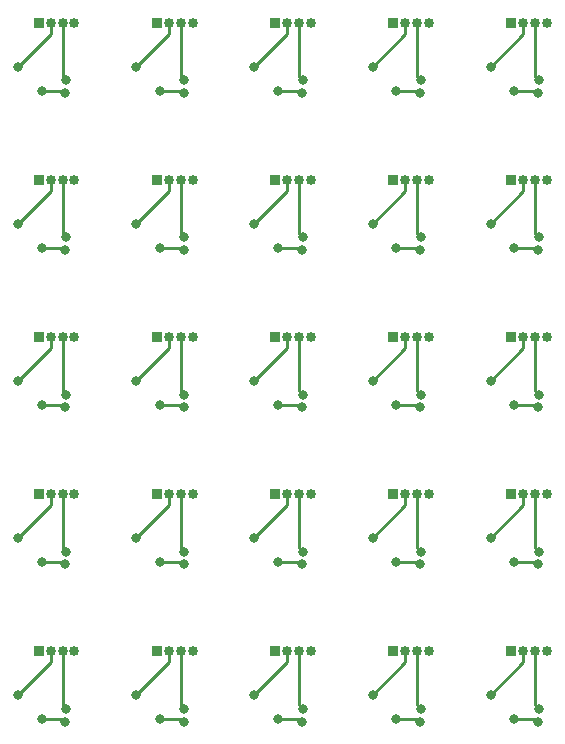
<source format=gbl>
%TF.GenerationSoftware,KiCad,Pcbnew,7.0.5-1.fc38*%
%TF.CreationDate,2023-07-07T14:18:13-04:00*%
%TF.ProjectId,bno085-i2c-board-v3-square-panel,626e6f30-3835-42d6-9932-632d626f6172,rev?*%
%TF.SameCoordinates,Original*%
%TF.FileFunction,Copper,L2,Bot*%
%TF.FilePolarity,Positive*%
%FSLAX46Y46*%
G04 Gerber Fmt 4.6, Leading zero omitted, Abs format (unit mm)*
G04 Created by KiCad (PCBNEW 7.0.5-1.fc38) date 2023-07-07 14:18:13*
%MOMM*%
%LPD*%
G01*
G04 APERTURE LIST*
%TA.AperFunction,ComponentPad*%
%ADD10R,0.850000X0.850000*%
%TD*%
%TA.AperFunction,ComponentPad*%
%ADD11O,0.850000X0.850000*%
%TD*%
%TA.AperFunction,ViaPad*%
%ADD12C,0.800000*%
%TD*%
%TA.AperFunction,Conductor*%
%ADD13C,0.250000*%
%TD*%
G04 APERTURE END LIST*
D10*
%TO.P,J5,1,Pin_1*%
%TO.N,Board_6-GND*%
X136909337Y-41470000D03*
D11*
%TO.P,J5,2,Pin_2*%
%TO.N,Board_6-+3.3V*%
X137909337Y-41470000D03*
%TO.P,J5,3,Pin_3*%
%TO.N,Board_6-Net-(J5-Pin_3)*%
X138909337Y-41470000D03*
%TO.P,J5,4,Pin_4*%
%TO.N,Board_6-Net-(J5-Pin_4)*%
X139909337Y-41470000D03*
%TD*%
D10*
%TO.P,J5,1,Pin_1*%
%TO.N,Board_10-GND*%
X126909337Y-54770000D03*
D11*
%TO.P,J5,2,Pin_2*%
%TO.N,Board_10-+3.3V*%
X127909337Y-54770000D03*
%TO.P,J5,3,Pin_3*%
%TO.N,Board_10-Net-(J5-Pin_3)*%
X128909337Y-54770000D03*
%TO.P,J5,4,Pin_4*%
%TO.N,Board_10-Net-(J5-Pin_4)*%
X129909337Y-54770000D03*
%TD*%
D10*
%TO.P,J5,1,Pin_1*%
%TO.N,Board_1-GND*%
X136909337Y-28170000D03*
D11*
%TO.P,J5,2,Pin_2*%
%TO.N,Board_1-+3.3V*%
X137909337Y-28170000D03*
%TO.P,J5,3,Pin_3*%
%TO.N,Board_1-Net-(J5-Pin_3)*%
X138909337Y-28170000D03*
%TO.P,J5,4,Pin_4*%
%TO.N,Board_1-Net-(J5-Pin_4)*%
X139909337Y-28170000D03*
%TD*%
D10*
%TO.P,J5,1,Pin_1*%
%TO.N,Board_21-GND*%
X136909337Y-81370000D03*
D11*
%TO.P,J5,2,Pin_2*%
%TO.N,Board_21-+3.3V*%
X137909337Y-81370000D03*
%TO.P,J5,3,Pin_3*%
%TO.N,Board_21-Net-(J5-Pin_3)*%
X138909337Y-81370000D03*
%TO.P,J5,4,Pin_4*%
%TO.N,Board_21-Net-(J5-Pin_4)*%
X139909337Y-81370000D03*
%TD*%
D10*
%TO.P,J5,1,Pin_1*%
%TO.N,Board_19-GND*%
X166909337Y-68070000D03*
D11*
%TO.P,J5,2,Pin_2*%
%TO.N,Board_19-+3.3V*%
X167909337Y-68070000D03*
%TO.P,J5,3,Pin_3*%
%TO.N,Board_19-Net-(J5-Pin_3)*%
X168909337Y-68070000D03*
%TO.P,J5,4,Pin_4*%
%TO.N,Board_19-Net-(J5-Pin_4)*%
X169909337Y-68070000D03*
%TD*%
D10*
%TO.P,J5,1,Pin_1*%
%TO.N,Board_20-GND*%
X126909337Y-81370000D03*
D11*
%TO.P,J5,2,Pin_2*%
%TO.N,Board_20-+3.3V*%
X127909337Y-81370000D03*
%TO.P,J5,3,Pin_3*%
%TO.N,Board_20-Net-(J5-Pin_3)*%
X128909337Y-81370000D03*
%TO.P,J5,4,Pin_4*%
%TO.N,Board_20-Net-(J5-Pin_4)*%
X129909337Y-81370000D03*
%TD*%
D10*
%TO.P,J5,1,Pin_1*%
%TO.N,Board_11-GND*%
X136909337Y-54770000D03*
D11*
%TO.P,J5,2,Pin_2*%
%TO.N,Board_11-+3.3V*%
X137909337Y-54770000D03*
%TO.P,J5,3,Pin_3*%
%TO.N,Board_11-Net-(J5-Pin_3)*%
X138909337Y-54770000D03*
%TO.P,J5,4,Pin_4*%
%TO.N,Board_11-Net-(J5-Pin_4)*%
X139909337Y-54770000D03*
%TD*%
D10*
%TO.P,J5,1,Pin_1*%
%TO.N,Board_5-GND*%
X126909337Y-41470000D03*
D11*
%TO.P,J5,2,Pin_2*%
%TO.N,Board_5-+3.3V*%
X127909337Y-41470000D03*
%TO.P,J5,3,Pin_3*%
%TO.N,Board_5-Net-(J5-Pin_3)*%
X128909337Y-41470000D03*
%TO.P,J5,4,Pin_4*%
%TO.N,Board_5-Net-(J5-Pin_4)*%
X129909337Y-41470000D03*
%TD*%
D10*
%TO.P,J5,1,Pin_1*%
%TO.N,Board_14-GND*%
X166909337Y-54770000D03*
D11*
%TO.P,J5,2,Pin_2*%
%TO.N,Board_14-+3.3V*%
X167909337Y-54770000D03*
%TO.P,J5,3,Pin_3*%
%TO.N,Board_14-Net-(J5-Pin_3)*%
X168909337Y-54770000D03*
%TO.P,J5,4,Pin_4*%
%TO.N,Board_14-Net-(J5-Pin_4)*%
X169909337Y-54770000D03*
%TD*%
D10*
%TO.P,J5,1,Pin_1*%
%TO.N,Board_2-GND*%
X146909337Y-28170000D03*
D11*
%TO.P,J5,2,Pin_2*%
%TO.N,Board_2-+3.3V*%
X147909337Y-28170000D03*
%TO.P,J5,3,Pin_3*%
%TO.N,Board_2-Net-(J5-Pin_3)*%
X148909337Y-28170000D03*
%TO.P,J5,4,Pin_4*%
%TO.N,Board_2-Net-(J5-Pin_4)*%
X149909337Y-28170000D03*
%TD*%
D10*
%TO.P,J5,1,Pin_1*%
%TO.N,Board_16-GND*%
X136909337Y-68070000D03*
D11*
%TO.P,J5,2,Pin_2*%
%TO.N,Board_16-+3.3V*%
X137909337Y-68070000D03*
%TO.P,J5,3,Pin_3*%
%TO.N,Board_16-Net-(J5-Pin_3)*%
X138909337Y-68070000D03*
%TO.P,J5,4,Pin_4*%
%TO.N,Board_16-Net-(J5-Pin_4)*%
X139909337Y-68070000D03*
%TD*%
D10*
%TO.P,J5,1,Pin_1*%
%TO.N,Board_3-GND*%
X156909337Y-28170000D03*
D11*
%TO.P,J5,2,Pin_2*%
%TO.N,Board_3-+3.3V*%
X157909337Y-28170000D03*
%TO.P,J5,3,Pin_3*%
%TO.N,Board_3-Net-(J5-Pin_3)*%
X158909337Y-28170000D03*
%TO.P,J5,4,Pin_4*%
%TO.N,Board_3-Net-(J5-Pin_4)*%
X159909337Y-28170000D03*
%TD*%
D10*
%TO.P,J5,1,Pin_1*%
%TO.N,Board_23-GND*%
X156909337Y-81370000D03*
D11*
%TO.P,J5,2,Pin_2*%
%TO.N,Board_23-+3.3V*%
X157909337Y-81370000D03*
%TO.P,J5,3,Pin_3*%
%TO.N,Board_23-Net-(J5-Pin_3)*%
X158909337Y-81370000D03*
%TO.P,J5,4,Pin_4*%
%TO.N,Board_23-Net-(J5-Pin_4)*%
X159909337Y-81370000D03*
%TD*%
D10*
%TO.P,J5,1,Pin_1*%
%TO.N,Board_4-GND*%
X166909337Y-28170000D03*
D11*
%TO.P,J5,2,Pin_2*%
%TO.N,Board_4-+3.3V*%
X167909337Y-28170000D03*
%TO.P,J5,3,Pin_3*%
%TO.N,Board_4-Net-(J5-Pin_3)*%
X168909337Y-28170000D03*
%TO.P,J5,4,Pin_4*%
%TO.N,Board_4-Net-(J5-Pin_4)*%
X169909337Y-28170000D03*
%TD*%
D10*
%TO.P,J5,1,Pin_1*%
%TO.N,Board_15-GND*%
X126909337Y-68070000D03*
D11*
%TO.P,J5,2,Pin_2*%
%TO.N,Board_15-+3.3V*%
X127909337Y-68070000D03*
%TO.P,J5,3,Pin_3*%
%TO.N,Board_15-Net-(J5-Pin_3)*%
X128909337Y-68070000D03*
%TO.P,J5,4,Pin_4*%
%TO.N,Board_15-Net-(J5-Pin_4)*%
X129909337Y-68070000D03*
%TD*%
D10*
%TO.P,J5,1,Pin_1*%
%TO.N,Board_18-GND*%
X156909337Y-68070000D03*
D11*
%TO.P,J5,2,Pin_2*%
%TO.N,Board_18-+3.3V*%
X157909337Y-68070000D03*
%TO.P,J5,3,Pin_3*%
%TO.N,Board_18-Net-(J5-Pin_3)*%
X158909337Y-68070000D03*
%TO.P,J5,4,Pin_4*%
%TO.N,Board_18-Net-(J5-Pin_4)*%
X159909337Y-68070000D03*
%TD*%
D10*
%TO.P,J5,1,Pin_1*%
%TO.N,Board_13-GND*%
X156909337Y-54770000D03*
D11*
%TO.P,J5,2,Pin_2*%
%TO.N,Board_13-+3.3V*%
X157909337Y-54770000D03*
%TO.P,J5,3,Pin_3*%
%TO.N,Board_13-Net-(J5-Pin_3)*%
X158909337Y-54770000D03*
%TO.P,J5,4,Pin_4*%
%TO.N,Board_13-Net-(J5-Pin_4)*%
X159909337Y-54770000D03*
%TD*%
D10*
%TO.P,J5,1,Pin_1*%
%TO.N,Board_8-GND*%
X156909337Y-41470000D03*
D11*
%TO.P,J5,2,Pin_2*%
%TO.N,Board_8-+3.3V*%
X157909337Y-41470000D03*
%TO.P,J5,3,Pin_3*%
%TO.N,Board_8-Net-(J5-Pin_3)*%
X158909337Y-41470000D03*
%TO.P,J5,4,Pin_4*%
%TO.N,Board_8-Net-(J5-Pin_4)*%
X159909337Y-41470000D03*
%TD*%
D10*
%TO.P,J5,1,Pin_1*%
%TO.N,Board_12-GND*%
X146909337Y-54770000D03*
D11*
%TO.P,J5,2,Pin_2*%
%TO.N,Board_12-+3.3V*%
X147909337Y-54770000D03*
%TO.P,J5,3,Pin_3*%
%TO.N,Board_12-Net-(J5-Pin_3)*%
X148909337Y-54770000D03*
%TO.P,J5,4,Pin_4*%
%TO.N,Board_12-Net-(J5-Pin_4)*%
X149909337Y-54770000D03*
%TD*%
D10*
%TO.P,J5,1,Pin_1*%
%TO.N,Board_7-GND*%
X146909337Y-41470000D03*
D11*
%TO.P,J5,2,Pin_2*%
%TO.N,Board_7-+3.3V*%
X147909337Y-41470000D03*
%TO.P,J5,3,Pin_3*%
%TO.N,Board_7-Net-(J5-Pin_3)*%
X148909337Y-41470000D03*
%TO.P,J5,4,Pin_4*%
%TO.N,Board_7-Net-(J5-Pin_4)*%
X149909337Y-41470000D03*
%TD*%
D10*
%TO.P,J5,1,Pin_1*%
%TO.N,Board_22-GND*%
X146909337Y-81370000D03*
D11*
%TO.P,J5,2,Pin_2*%
%TO.N,Board_22-+3.3V*%
X147909337Y-81370000D03*
%TO.P,J5,3,Pin_3*%
%TO.N,Board_22-Net-(J5-Pin_3)*%
X148909337Y-81370000D03*
%TO.P,J5,4,Pin_4*%
%TO.N,Board_22-Net-(J5-Pin_4)*%
X149909337Y-81370000D03*
%TD*%
D10*
%TO.P,J5,1,Pin_1*%
%TO.N,Board_0-GND*%
X126909337Y-28170000D03*
D11*
%TO.P,J5,2,Pin_2*%
%TO.N,Board_0-+3.3V*%
X127909337Y-28170000D03*
%TO.P,J5,3,Pin_3*%
%TO.N,Board_0-Net-(J5-Pin_3)*%
X128909337Y-28170000D03*
%TO.P,J5,4,Pin_4*%
%TO.N,Board_0-Net-(J5-Pin_4)*%
X129909337Y-28170000D03*
%TD*%
D10*
%TO.P,J5,1,Pin_1*%
%TO.N,Board_17-GND*%
X146909337Y-68070000D03*
D11*
%TO.P,J5,2,Pin_2*%
%TO.N,Board_17-+3.3V*%
X147909337Y-68070000D03*
%TO.P,J5,3,Pin_3*%
%TO.N,Board_17-Net-(J5-Pin_3)*%
X148909337Y-68070000D03*
%TO.P,J5,4,Pin_4*%
%TO.N,Board_17-Net-(J5-Pin_4)*%
X149909337Y-68070000D03*
%TD*%
D10*
%TO.P,J5,1,Pin_1*%
%TO.N,Board_9-GND*%
X166909337Y-41470000D03*
D11*
%TO.P,J5,2,Pin_2*%
%TO.N,Board_9-+3.3V*%
X167909337Y-41470000D03*
%TO.P,J5,3,Pin_3*%
%TO.N,Board_9-Net-(J5-Pin_3)*%
X168909337Y-41470000D03*
%TO.P,J5,4,Pin_4*%
%TO.N,Board_9-Net-(J5-Pin_4)*%
X169909337Y-41470000D03*
%TD*%
D10*
%TO.P,J5,1,Pin_1*%
%TO.N,Board_24-GND*%
X166909337Y-81370000D03*
D11*
%TO.P,J5,2,Pin_2*%
%TO.N,Board_24-+3.3V*%
X167909337Y-81370000D03*
%TO.P,J5,3,Pin_3*%
%TO.N,Board_24-Net-(J5-Pin_3)*%
X168909337Y-81370000D03*
%TO.P,J5,4,Pin_4*%
%TO.N,Board_24-Net-(J5-Pin_4)*%
X169909337Y-81370000D03*
%TD*%
D12*
%TO.N,Board_0-+3.3V*%
X125150000Y-31900000D03*
%TO.N,Board_0-GND*%
X129150000Y-34150000D03*
X127150000Y-33962000D03*
%TO.N,Board_0-Net-(J5-Pin_3)*%
X129225867Y-33064872D03*
%TO.N,Board_1-+3.3V*%
X135150000Y-31900000D03*
%TO.N,Board_1-GND*%
X139150000Y-34150000D03*
X137150000Y-33962000D03*
%TO.N,Board_1-Net-(J5-Pin_3)*%
X139225867Y-33064872D03*
%TO.N,Board_2-+3.3V*%
X145150000Y-31900000D03*
%TO.N,Board_2-GND*%
X147150000Y-33962000D03*
X149150000Y-34150000D03*
%TO.N,Board_2-Net-(J5-Pin_3)*%
X149225867Y-33064872D03*
%TO.N,Board_3-+3.3V*%
X155150000Y-31900000D03*
%TO.N,Board_3-GND*%
X157150000Y-33962000D03*
X159150000Y-34150000D03*
%TO.N,Board_3-Net-(J5-Pin_3)*%
X159225867Y-33064872D03*
%TO.N,Board_4-+3.3V*%
X165150000Y-31900000D03*
%TO.N,Board_4-GND*%
X167150000Y-33962000D03*
X169150000Y-34150000D03*
%TO.N,Board_4-Net-(J5-Pin_3)*%
X169225867Y-33064872D03*
%TO.N,Board_5-+3.3V*%
X125150000Y-45200000D03*
%TO.N,Board_5-GND*%
X129150000Y-47450000D03*
X127150000Y-47262000D03*
%TO.N,Board_5-Net-(J5-Pin_3)*%
X129225867Y-46364872D03*
%TO.N,Board_6-+3.3V*%
X135150000Y-45200000D03*
%TO.N,Board_6-GND*%
X139150000Y-47450000D03*
X137150000Y-47262000D03*
%TO.N,Board_6-Net-(J5-Pin_3)*%
X139225867Y-46364872D03*
%TO.N,Board_7-+3.3V*%
X145150000Y-45200000D03*
%TO.N,Board_7-GND*%
X147150000Y-47262000D03*
X149150000Y-47450000D03*
%TO.N,Board_7-Net-(J5-Pin_3)*%
X149225867Y-46364872D03*
%TO.N,Board_8-+3.3V*%
X155150000Y-45200000D03*
%TO.N,Board_8-GND*%
X157150000Y-47262000D03*
X159150000Y-47450000D03*
%TO.N,Board_8-Net-(J5-Pin_3)*%
X159225867Y-46364872D03*
%TO.N,Board_9-+3.3V*%
X165150000Y-45200000D03*
%TO.N,Board_9-GND*%
X167150000Y-47262000D03*
X169150000Y-47450000D03*
%TO.N,Board_9-Net-(J5-Pin_3)*%
X169225867Y-46364872D03*
%TO.N,Board_10-+3.3V*%
X125150000Y-58500000D03*
%TO.N,Board_10-GND*%
X129150000Y-60750000D03*
X127150000Y-60562000D03*
%TO.N,Board_10-Net-(J5-Pin_3)*%
X129225867Y-59664872D03*
%TO.N,Board_11-+3.3V*%
X135150000Y-58500000D03*
%TO.N,Board_11-GND*%
X139150000Y-60750000D03*
X137150000Y-60562000D03*
%TO.N,Board_11-Net-(J5-Pin_3)*%
X139225867Y-59664872D03*
%TO.N,Board_12-+3.3V*%
X145150000Y-58500000D03*
%TO.N,Board_12-GND*%
X149150000Y-60750000D03*
X147150000Y-60562000D03*
%TO.N,Board_12-Net-(J5-Pin_3)*%
X149225867Y-59664872D03*
%TO.N,Board_13-+3.3V*%
X155150000Y-58500000D03*
%TO.N,Board_13-GND*%
X157150000Y-60562000D03*
X159150000Y-60750000D03*
%TO.N,Board_13-Net-(J5-Pin_3)*%
X159225867Y-59664872D03*
%TO.N,Board_14-+3.3V*%
X165150000Y-58500000D03*
%TO.N,Board_14-GND*%
X169150000Y-60750000D03*
X167150000Y-60562000D03*
%TO.N,Board_14-Net-(J5-Pin_3)*%
X169225867Y-59664872D03*
%TO.N,Board_15-+3.3V*%
X125150000Y-71800000D03*
%TO.N,Board_15-GND*%
X127150000Y-73862000D03*
X129150000Y-74050000D03*
%TO.N,Board_15-Net-(J5-Pin_3)*%
X129225867Y-72964872D03*
%TO.N,Board_16-+3.3V*%
X135150000Y-71800000D03*
%TO.N,Board_16-GND*%
X137150000Y-73862000D03*
X139150000Y-74050000D03*
%TO.N,Board_16-Net-(J5-Pin_3)*%
X139225867Y-72964872D03*
%TO.N,Board_17-+3.3V*%
X145150000Y-71800000D03*
%TO.N,Board_17-GND*%
X149150000Y-74050000D03*
X147150000Y-73862000D03*
%TO.N,Board_17-Net-(J5-Pin_3)*%
X149225867Y-72964872D03*
%TO.N,Board_18-+3.3V*%
X155150000Y-71800000D03*
%TO.N,Board_18-GND*%
X157150000Y-73862000D03*
X159150000Y-74050000D03*
%TO.N,Board_18-Net-(J5-Pin_3)*%
X159225867Y-72964872D03*
%TO.N,Board_19-+3.3V*%
X165150000Y-71800000D03*
%TO.N,Board_19-GND*%
X169150000Y-74050000D03*
X167150000Y-73862000D03*
%TO.N,Board_19-Net-(J5-Pin_3)*%
X169225867Y-72964872D03*
%TO.N,Board_20-+3.3V*%
X125150000Y-85100000D03*
%TO.N,Board_20-GND*%
X129150000Y-87350000D03*
X127150000Y-87162000D03*
%TO.N,Board_20-Net-(J5-Pin_3)*%
X129225867Y-86264872D03*
%TO.N,Board_21-+3.3V*%
X135150000Y-85100000D03*
%TO.N,Board_21-GND*%
X137150000Y-87162000D03*
X139150000Y-87350000D03*
%TO.N,Board_21-Net-(J5-Pin_3)*%
X139225867Y-86264872D03*
%TO.N,Board_22-+3.3V*%
X145150000Y-85100000D03*
%TO.N,Board_22-GND*%
X147150000Y-87162000D03*
X149150000Y-87350000D03*
%TO.N,Board_22-Net-(J5-Pin_3)*%
X149225867Y-86264872D03*
%TO.N,Board_23-+3.3V*%
X155150000Y-85100000D03*
%TO.N,Board_23-GND*%
X157150000Y-87162000D03*
X159150000Y-87350000D03*
%TO.N,Board_23-Net-(J5-Pin_3)*%
X159225867Y-86264872D03*
%TO.N,Board_24-+3.3V*%
X165150000Y-85100000D03*
%TO.N,Board_24-GND*%
X169150000Y-87350000D03*
X167150000Y-87162000D03*
%TO.N,Board_24-Net-(J5-Pin_3)*%
X169225867Y-86264872D03*
%TD*%
D13*
%TO.N,Board_0-+3.3V*%
X127909337Y-29140663D02*
X127909337Y-28170000D01*
X125150000Y-31900000D02*
X127909337Y-29140663D01*
%TO.N,Board_0-GND*%
X129150000Y-34150000D02*
X128962000Y-33962000D01*
X128962000Y-33962000D02*
X127150000Y-33962000D01*
%TO.N,Board_0-Net-(J5-Pin_3)*%
X129225867Y-33064872D02*
X128909337Y-32748342D01*
X128909337Y-32748342D02*
X128909337Y-28170000D01*
%TO.N,Board_1-+3.3V*%
X135150000Y-31900000D02*
X137909337Y-29140663D01*
X137909337Y-29140663D02*
X137909337Y-28170000D01*
%TO.N,Board_1-GND*%
X138962000Y-33962000D02*
X137150000Y-33962000D01*
X139150000Y-34150000D02*
X138962000Y-33962000D01*
%TO.N,Board_1-Net-(J5-Pin_3)*%
X138909337Y-32748342D02*
X138909337Y-28170000D01*
X139225867Y-33064872D02*
X138909337Y-32748342D01*
%TO.N,Board_2-+3.3V*%
X145150000Y-31900000D02*
X147909337Y-29140663D01*
X147909337Y-29140663D02*
X147909337Y-28170000D01*
%TO.N,Board_2-GND*%
X149150000Y-34150000D02*
X148962000Y-33962000D01*
X148962000Y-33962000D02*
X147150000Y-33962000D01*
%TO.N,Board_2-Net-(J5-Pin_3)*%
X149225867Y-33064872D02*
X148909337Y-32748342D01*
X148909337Y-32748342D02*
X148909337Y-28170000D01*
%TO.N,Board_3-+3.3V*%
X155150000Y-31900000D02*
X157909337Y-29140663D01*
X157909337Y-29140663D02*
X157909337Y-28170000D01*
%TO.N,Board_3-GND*%
X158962000Y-33962000D02*
X157150000Y-33962000D01*
X159150000Y-34150000D02*
X158962000Y-33962000D01*
%TO.N,Board_3-Net-(J5-Pin_3)*%
X159225867Y-33064872D02*
X158909337Y-32748342D01*
X158909337Y-32748342D02*
X158909337Y-28170000D01*
%TO.N,Board_4-+3.3V*%
X167909337Y-29140663D02*
X167909337Y-28170000D01*
X165150000Y-31900000D02*
X167909337Y-29140663D01*
%TO.N,Board_4-GND*%
X169150000Y-34150000D02*
X168962000Y-33962000D01*
X168962000Y-33962000D02*
X167150000Y-33962000D01*
%TO.N,Board_4-Net-(J5-Pin_3)*%
X168909337Y-32748342D02*
X168909337Y-28170000D01*
X169225867Y-33064872D02*
X168909337Y-32748342D01*
%TO.N,Board_5-+3.3V*%
X125150000Y-45200000D02*
X127909337Y-42440663D01*
X127909337Y-42440663D02*
X127909337Y-41470000D01*
%TO.N,Board_5-GND*%
X129150000Y-47450000D02*
X128962000Y-47262000D01*
X128962000Y-47262000D02*
X127150000Y-47262000D01*
%TO.N,Board_5-Net-(J5-Pin_3)*%
X128909337Y-46048342D02*
X128909337Y-41470000D01*
X129225867Y-46364872D02*
X128909337Y-46048342D01*
%TO.N,Board_6-+3.3V*%
X137909337Y-42440663D02*
X137909337Y-41470000D01*
X135150000Y-45200000D02*
X137909337Y-42440663D01*
%TO.N,Board_6-GND*%
X139150000Y-47450000D02*
X138962000Y-47262000D01*
X138962000Y-47262000D02*
X137150000Y-47262000D01*
%TO.N,Board_6-Net-(J5-Pin_3)*%
X139225867Y-46364872D02*
X138909337Y-46048342D01*
X138909337Y-46048342D02*
X138909337Y-41470000D01*
%TO.N,Board_7-+3.3V*%
X147909337Y-42440663D02*
X147909337Y-41470000D01*
X145150000Y-45200000D02*
X147909337Y-42440663D01*
%TO.N,Board_7-GND*%
X148962000Y-47262000D02*
X147150000Y-47262000D01*
X149150000Y-47450000D02*
X148962000Y-47262000D01*
%TO.N,Board_7-Net-(J5-Pin_3)*%
X149225867Y-46364872D02*
X148909337Y-46048342D01*
X148909337Y-46048342D02*
X148909337Y-41470000D01*
%TO.N,Board_8-+3.3V*%
X155150000Y-45200000D02*
X157909337Y-42440663D01*
X157909337Y-42440663D02*
X157909337Y-41470000D01*
%TO.N,Board_8-GND*%
X158962000Y-47262000D02*
X157150000Y-47262000D01*
X159150000Y-47450000D02*
X158962000Y-47262000D01*
%TO.N,Board_8-Net-(J5-Pin_3)*%
X158909337Y-46048342D02*
X158909337Y-41470000D01*
X159225867Y-46364872D02*
X158909337Y-46048342D01*
%TO.N,Board_9-+3.3V*%
X165150000Y-45200000D02*
X167909337Y-42440663D01*
X167909337Y-42440663D02*
X167909337Y-41470000D01*
%TO.N,Board_9-GND*%
X168962000Y-47262000D02*
X167150000Y-47262000D01*
X169150000Y-47450000D02*
X168962000Y-47262000D01*
%TO.N,Board_9-Net-(J5-Pin_3)*%
X168909337Y-46048342D02*
X168909337Y-41470000D01*
X169225867Y-46364872D02*
X168909337Y-46048342D01*
%TO.N,Board_10-+3.3V*%
X125150000Y-58500000D02*
X127909337Y-55740663D01*
X127909337Y-55740663D02*
X127909337Y-54770000D01*
%TO.N,Board_10-GND*%
X129150000Y-60750000D02*
X128962000Y-60562000D01*
X128962000Y-60562000D02*
X127150000Y-60562000D01*
%TO.N,Board_10-Net-(J5-Pin_3)*%
X129225867Y-59664872D02*
X128909337Y-59348342D01*
X128909337Y-59348342D02*
X128909337Y-54770000D01*
%TO.N,Board_11-+3.3V*%
X137909337Y-55740663D02*
X137909337Y-54770000D01*
X135150000Y-58500000D02*
X137909337Y-55740663D01*
%TO.N,Board_11-GND*%
X139150000Y-60750000D02*
X138962000Y-60562000D01*
X138962000Y-60562000D02*
X137150000Y-60562000D01*
%TO.N,Board_11-Net-(J5-Pin_3)*%
X139225867Y-59664872D02*
X138909337Y-59348342D01*
X138909337Y-59348342D02*
X138909337Y-54770000D01*
%TO.N,Board_12-+3.3V*%
X145150000Y-58500000D02*
X147909337Y-55740663D01*
X147909337Y-55740663D02*
X147909337Y-54770000D01*
%TO.N,Board_12-GND*%
X149150000Y-60750000D02*
X148962000Y-60562000D01*
X148962000Y-60562000D02*
X147150000Y-60562000D01*
%TO.N,Board_12-Net-(J5-Pin_3)*%
X148909337Y-59348342D02*
X148909337Y-54770000D01*
X149225867Y-59664872D02*
X148909337Y-59348342D01*
%TO.N,Board_13-+3.3V*%
X157909337Y-55740663D02*
X157909337Y-54770000D01*
X155150000Y-58500000D02*
X157909337Y-55740663D01*
%TO.N,Board_13-GND*%
X158962000Y-60562000D02*
X157150000Y-60562000D01*
X159150000Y-60750000D02*
X158962000Y-60562000D01*
%TO.N,Board_13-Net-(J5-Pin_3)*%
X159225867Y-59664872D02*
X158909337Y-59348342D01*
X158909337Y-59348342D02*
X158909337Y-54770000D01*
%TO.N,Board_14-+3.3V*%
X165150000Y-58500000D02*
X167909337Y-55740663D01*
X167909337Y-55740663D02*
X167909337Y-54770000D01*
%TO.N,Board_14-GND*%
X168962000Y-60562000D02*
X167150000Y-60562000D01*
X169150000Y-60750000D02*
X168962000Y-60562000D01*
%TO.N,Board_14-Net-(J5-Pin_3)*%
X168909337Y-59348342D02*
X168909337Y-54770000D01*
X169225867Y-59664872D02*
X168909337Y-59348342D01*
%TO.N,Board_15-+3.3V*%
X127909337Y-69040663D02*
X127909337Y-68070000D01*
X125150000Y-71800000D02*
X127909337Y-69040663D01*
%TO.N,Board_15-GND*%
X129150000Y-74050000D02*
X128962000Y-73862000D01*
X128962000Y-73862000D02*
X127150000Y-73862000D01*
%TO.N,Board_15-Net-(J5-Pin_3)*%
X129225867Y-72964872D02*
X128909337Y-72648342D01*
X128909337Y-72648342D02*
X128909337Y-68070000D01*
%TO.N,Board_16-+3.3V*%
X135150000Y-71800000D02*
X137909337Y-69040663D01*
X137909337Y-69040663D02*
X137909337Y-68070000D01*
%TO.N,Board_16-GND*%
X138962000Y-73862000D02*
X137150000Y-73862000D01*
X139150000Y-74050000D02*
X138962000Y-73862000D01*
%TO.N,Board_16-Net-(J5-Pin_3)*%
X139225867Y-72964872D02*
X138909337Y-72648342D01*
X138909337Y-72648342D02*
X138909337Y-68070000D01*
%TO.N,Board_17-+3.3V*%
X145150000Y-71800000D02*
X147909337Y-69040663D01*
X147909337Y-69040663D02*
X147909337Y-68070000D01*
%TO.N,Board_17-GND*%
X148962000Y-73862000D02*
X147150000Y-73862000D01*
X149150000Y-74050000D02*
X148962000Y-73862000D01*
%TO.N,Board_17-Net-(J5-Pin_3)*%
X148909337Y-72648342D02*
X148909337Y-68070000D01*
X149225867Y-72964872D02*
X148909337Y-72648342D01*
%TO.N,Board_18-+3.3V*%
X155150000Y-71800000D02*
X157909337Y-69040663D01*
X157909337Y-69040663D02*
X157909337Y-68070000D01*
%TO.N,Board_18-GND*%
X159150000Y-74050000D02*
X158962000Y-73862000D01*
X158962000Y-73862000D02*
X157150000Y-73862000D01*
%TO.N,Board_18-Net-(J5-Pin_3)*%
X158909337Y-72648342D02*
X158909337Y-68070000D01*
X159225867Y-72964872D02*
X158909337Y-72648342D01*
%TO.N,Board_19-+3.3V*%
X165150000Y-71800000D02*
X167909337Y-69040663D01*
X167909337Y-69040663D02*
X167909337Y-68070000D01*
%TO.N,Board_19-GND*%
X168962000Y-73862000D02*
X167150000Y-73862000D01*
X169150000Y-74050000D02*
X168962000Y-73862000D01*
%TO.N,Board_19-Net-(J5-Pin_3)*%
X169225867Y-72964872D02*
X168909337Y-72648342D01*
X168909337Y-72648342D02*
X168909337Y-68070000D01*
%TO.N,Board_20-+3.3V*%
X125150000Y-85100000D02*
X127909337Y-82340663D01*
X127909337Y-82340663D02*
X127909337Y-81370000D01*
%TO.N,Board_20-GND*%
X128962000Y-87162000D02*
X127150000Y-87162000D01*
X129150000Y-87350000D02*
X128962000Y-87162000D01*
%TO.N,Board_20-Net-(J5-Pin_3)*%
X129225867Y-86264872D02*
X128909337Y-85948342D01*
X128909337Y-85948342D02*
X128909337Y-81370000D01*
%TO.N,Board_21-+3.3V*%
X135150000Y-85100000D02*
X137909337Y-82340663D01*
X137909337Y-82340663D02*
X137909337Y-81370000D01*
%TO.N,Board_21-GND*%
X139150000Y-87350000D02*
X138962000Y-87162000D01*
X138962000Y-87162000D02*
X137150000Y-87162000D01*
%TO.N,Board_21-Net-(J5-Pin_3)*%
X139225867Y-86264872D02*
X138909337Y-85948342D01*
X138909337Y-85948342D02*
X138909337Y-81370000D01*
%TO.N,Board_22-+3.3V*%
X145150000Y-85100000D02*
X147909337Y-82340663D01*
X147909337Y-82340663D02*
X147909337Y-81370000D01*
%TO.N,Board_22-GND*%
X148962000Y-87162000D02*
X147150000Y-87162000D01*
X149150000Y-87350000D02*
X148962000Y-87162000D01*
%TO.N,Board_22-Net-(J5-Pin_3)*%
X149225867Y-86264872D02*
X148909337Y-85948342D01*
X148909337Y-85948342D02*
X148909337Y-81370000D01*
%TO.N,Board_23-+3.3V*%
X157909337Y-82340663D02*
X157909337Y-81370000D01*
X155150000Y-85100000D02*
X157909337Y-82340663D01*
%TO.N,Board_23-GND*%
X158962000Y-87162000D02*
X157150000Y-87162000D01*
X159150000Y-87350000D02*
X158962000Y-87162000D01*
%TO.N,Board_23-Net-(J5-Pin_3)*%
X158909337Y-85948342D02*
X158909337Y-81370000D01*
X159225867Y-86264872D02*
X158909337Y-85948342D01*
%TO.N,Board_24-+3.3V*%
X167909337Y-82340663D02*
X167909337Y-81370000D01*
X165150000Y-85100000D02*
X167909337Y-82340663D01*
%TO.N,Board_24-GND*%
X168962000Y-87162000D02*
X167150000Y-87162000D01*
X169150000Y-87350000D02*
X168962000Y-87162000D01*
%TO.N,Board_24-Net-(J5-Pin_3)*%
X168909337Y-85948342D02*
X168909337Y-81370000D01*
X169225867Y-86264872D02*
X168909337Y-85948342D01*
%TD*%
M02*

</source>
